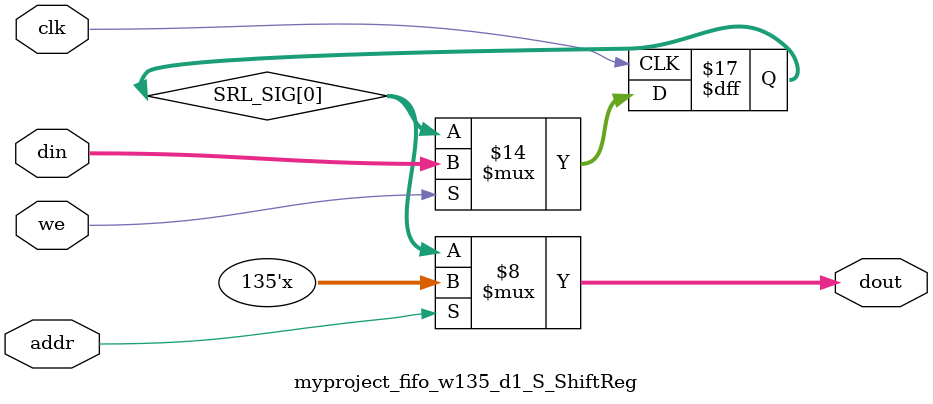
<source format=v>

`timescale 1ns/1ps

module myproject_fifo_w135_d1_S
#(parameter
    MEM_STYLE    = "shiftReg",
    DATA_WIDTH   = 135,
    ADDR_WIDTH   = 1,
    DEPTH        = 1)
(
    // system signal
    input  wire                  clk,
    input  wire                  reset,

    // write
    output wire                  if_full_n,
    input  wire                  if_write_ce,
    input  wire                  if_write,
    input  wire [DATA_WIDTH-1:0] if_din,
    
    // read 
    output wire [ADDR_WIDTH:0]   if_num_data_valid, // for FRP
    output wire [ADDR_WIDTH:0]   if_fifo_cap,       // for FRP

    output wire                  if_empty_n,
    input  wire                  if_read_ce,
    input  wire                  if_read,
    output wire [DATA_WIDTH-1:0] if_dout
);
//------------------------Parameter----------------------
localparam 
    SRL_DEPTH    = DEPTH,
    SRL_AWIDTH   = ADDR_WIDTH;
//------------------------Local signal-------------------
    reg  [SRL_AWIDTH-1:0] addr;
    wire                  push;
    wire                  pop;
    reg  [SRL_AWIDTH:0]   mOutPtr;
    reg                   empty_n = 1'b0;
    reg                   full_n = 1'b1; 

//------------------------Instantiation------------------
    myproject_fifo_w135_d1_S_ShiftReg 
    #(  .DATA_WIDTH (DATA_WIDTH),
        .ADDR_WIDTH (SRL_AWIDTH),
        .DEPTH      (SRL_DEPTH))
    U_myproject_fifo_w135_d1_S_ShiftReg (
        .clk        (clk),
        .we         (push),
        .addr       (addr),
        .din        (if_din),
        .dout       (if_dout)
    );
//------------------------Task and function--------------

//------------------------Body---------------------------
    // num_data_valid 
    assign if_num_data_valid = mOutPtr;
    assign if_fifo_cap       = DEPTH;

    // almost full/empty 

    // program full/empty 

    assign if_full_n  = full_n; 
    assign if_empty_n = empty_n;

    assign push       = full_n & if_write_ce & if_write;
    assign pop        = empty_n & if_read_ce & if_read;

    // addr
    always @(posedge clk) begin
        if (reset)
            addr <= {SRL_AWIDTH{1'b0}};
        else if (push & ~pop && empty_n)
            addr <= addr + 1'b1;
        else if (~push & pop && (mOutPtr != 1))
            addr <= addr - 1'b1;
    end

    // mOutPtr
    always @(posedge clk) begin
        if (reset)
            mOutPtr <= {SRL_AWIDTH+1{1'b0}};
        else if (push & ~pop)
            mOutPtr <= mOutPtr + 1'b1;
        else if (~push & pop)
            mOutPtr <= mOutPtr - 1'b1;
    end

    // full_n
    always @(posedge clk) begin
        if (reset)
            full_n <= 1'b1;
        else if ((push & ~pop) && (mOutPtr == DEPTH - 1))
            full_n <= 1'b0;
        else if (~push & pop)
            full_n <= 1'b1;
    end

    // empty_n
    always @(posedge clk) begin
        if (reset)
            empty_n <= 1'b0;
        else if (push & ~pop)
            empty_n <= 1'b1;
        else if ((~push & pop) && (mOutPtr == 1))
            empty_n <= 1'b0;
    end

    // almost_full_n 

    // almost_empty_n 

    // prog_full_n 
 
    // prog_empty_n 

endmodule  


module myproject_fifo_w135_d1_S_ShiftReg
#(parameter
    DATA_WIDTH  = 135,
    ADDR_WIDTH  = 1,
    DEPTH       = 1)
(
    input  wire                  clk,
    input  wire                  we,
    input  wire [ADDR_WIDTH-1:0] addr,
    input  wire [DATA_WIDTH-1:0] din,
    output wire [DATA_WIDTH-1:0] dout
);

    reg [DATA_WIDTH-1:0] SRL_SIG [0:DEPTH-1];
    integer i;

    always @(posedge clk) begin
        if (we) begin
            for (i=0; i<DEPTH-1; i=i+1)
                SRL_SIG[i+1] <= SRL_SIG[i];
            SRL_SIG[0] <= din;
        end
    end

    assign dout = SRL_SIG[addr];

endmodule
</source>
